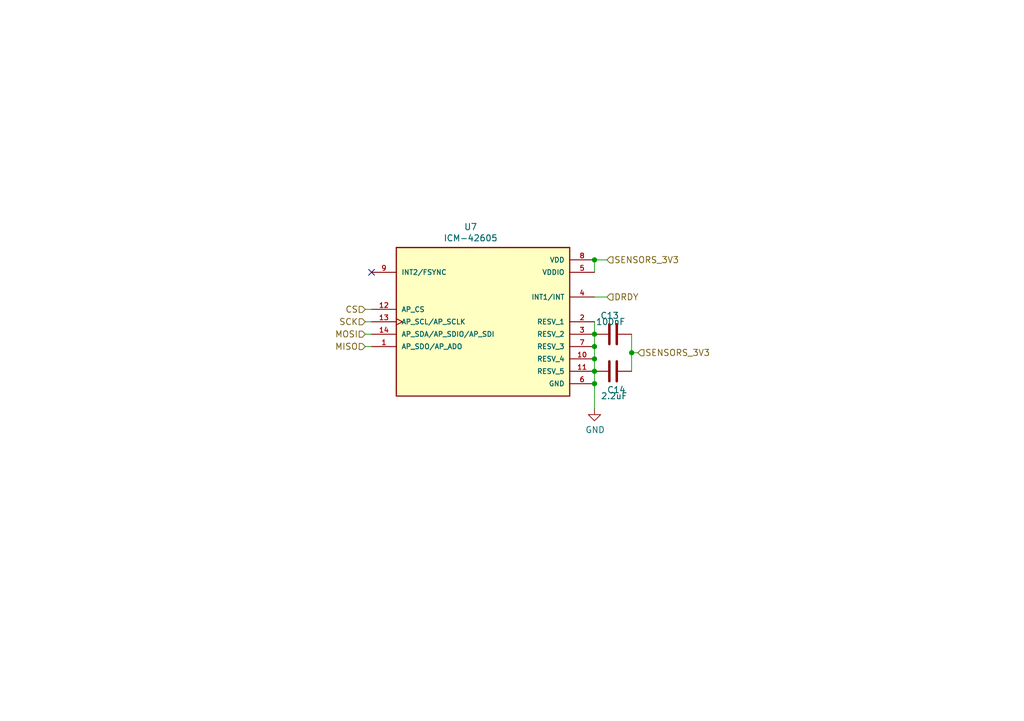
<source format=kicad_sch>
(kicad_sch (version 20211123) (generator eeschema)
  (paper "A5")
  (lib_symbols
    (symbol "Device:C" (pin_numbers hide) (pin_names (offset 0.254))
      (property "Reference" "C" (at 0.635 2.54 0))
      (property "Value" "C" (at 0.635 -2.54 0))
      (symbol "C_0_1"
        (polyline (pts (xy -2.032 -0.762) (xy 2.032 -0.762)) (stroke (width 0.508)))
        (polyline (pts (xy -2.032 0.762) (xy 2.032 0.762)) (stroke (width 0.508)))
      )
      (symbol "C_1_1"
        (pin passive line (at 0 3.81 270) (length 2.794) (name "~") (number "1"))
        (pin passive line (at 0 -3.81 90) (length 2.794) (name "~") (number "2"))
      )
    )
    (symbol "ICM-42605:ICM-42605" (pin_names (offset 1.016))
      (property "Reference" "U" (at -15.24 15.24 0))
      (property "Value" "ICM-42605" (at -15.24 -17.78 0))
      (symbol "ICM-42605_0_0"
        (rectangle (start -15.24 -15.24) (end 20.32 15.24) (stroke (width 0.254)) (fill (type background)))
        (pin output line (at -20.32 -5.08 0) (length 5.08) (name "AP_SDO/AP_ADO") (number "1"))
        (pin bidirectional line (at 25.4 -7.62 180) (length 5.08) (name "RESV_4") (number "10"))
        (pin bidirectional line (at 25.4 -10.16 180) (length 5.08) (name "RESV_5") (number "11"))
        (pin input line (at -20.32 2.54 0) (length 5.08) (name "AP_CS") (number "12"))
        (pin input clock (at -20.32 0 0) (length 5.08) (name "AP_SCL/AP_SCLK") (number "13"))
        (pin bidirectional line (at -20.32 -2.54 0) (length 5.08) (name "AP_SDA/AP_SDIO/AP_SDI") (number "14"))
        (pin bidirectional line (at 25.4 0 180) (length 5.08) (name "RESV_1") (number "2"))
        (pin bidirectional line (at 25.4 -2.54 180) (length 5.08) (name "RESV_2") (number "3"))
        (pin output line (at 25.4 5.08 180) (length 5.08) (name "INT1/INT") (number "4"))
        (pin power_in line (at 25.4 10.16 180) (length 5.08) (name "VDDIO") (number "5"))
        (pin power_in line (at 25.4 -12.7 180) (length 5.08) (name "GND") (number "6"))
        (pin bidirectional line (at 25.4 -5.08 180) (length 5.08) (name "RESV_3") (number "7"))
        (pin power_in line (at 25.4 12.7 180) (length 5.08) (name "VDD") (number "8"))
        (pin bidirectional line (at -20.32 10.16 0) (length 5.08) (name "INT2/FSYNC") (number "9"))
      )
    )
    (symbol "power:GND" (power) (pin_names (offset 0))
      (property "Value" "GND" (at 0 -3.81 0))
      (symbol "GND_0_1"
        (polyline (pts (xy 0 0) (xy 0 -1.27) (xy 1.27 -1.27) (xy 0 -2.54) (xy -1.27 -1.27) (xy 0 -1.27)))
      )
      (symbol "GND_1_1"
        (pin power_in line (at 0 0 270) (length 0) hide (name "GND") (number "1"))
      )
    )
  )
  (junction (at 121.92 78.74))
  (junction (at 121.92 76.2))
  (junction (at 129.54 72.39))
  (junction (at 121.92 73.66))
  (junction (at 121.92 68.58))
  (junction (at 121.92 53.34))
  (junction (at 121.92 71.12))
  (no_connect (at 76.2 55.88))
  (wire (pts (xy 74.93 68.58) (xy 76.2 68.58)))
  (wire (pts (xy 121.92 76.2) (xy 121.92 73.66)))
  (wire (pts (xy 74.93 71.12) (xy 76.2 71.12)))
  (wire (pts (xy 121.92 73.66) (xy 121.92 71.12)))
  (wire (pts (xy 129.54 68.58) (xy 129.54 72.39)))
  (wire (pts (xy 74.93 63.5) (xy 76.2 63.5)))
  (wire (pts (xy 129.54 72.39) (xy 130.81 72.39)))
  (wire (pts (xy 121.92 71.12) (xy 121.92 68.58)))
  (wire (pts (xy 121.92 60.96) (xy 124.46 60.96)))
  (wire (pts (xy 121.92 83.82) (xy 121.92 78.74)))
  (wire (pts (xy 121.92 53.34) (xy 124.46 53.34)))
  (wire (pts (xy 121.92 78.74) (xy 121.92 76.2)))
  (wire (pts (xy 76.2 66.04) (xy 74.93 66.04)))
  (wire (pts (xy 129.54 72.39) (xy 129.54 76.2)))
  (wire (pts (xy 121.92 68.58) (xy 121.92 66.04)))
  (wire (pts (xy 121.92 53.34) (xy 121.92 55.88)))
  (hierarchical_label "CS" (shape input) (at 74.93 63.5 180))
  (hierarchical_label "DRDY" (shape input) (at 124.46 60.96 0))
  (hierarchical_label "SENSORS_3V3" (shape input) (at 130.81 72.39 0))
  (hierarchical_label "MOSI" (shape input) (at 74.93 68.58 180))
  (hierarchical_label "SCK" (shape input) (at 74.93 66.04 180))
  (hierarchical_label "SENSORS_3V3" (shape input) (at 124.46 53.34 0))
  (hierarchical_label "MISO" (shape input) (at 74.93 71.12 180))
  (symbol (lib_id "ICM-42605:ICM-42605") (at 96.52 66.04 0) (unit 1)
    (property "Reference" "U7" (at 96.52 46.5582 0))
    (property "Value" "ICM-42605" (at 96.52 48.8696 0))
    (property "Footprint" "ICM-42605:PQFN50P300X250X97-14N" (effects hide))
    (property "MANUFACTURER" "TDK Corporation" (effects hide))
    (property "STANDARD" "IPC 7351B" (effects hide))
    (property "PARTREV" "0.4" (effects hide))
    (property "Manufacturer_Part_Number" "ICM-42605" (effects hide))
  )
  (symbol (lib_id "power:GND") (at 121.92 83.82 0) (unit 1)
    (property "Reference" "#PWR0118" (effects hide))
    (property "Value" "GND" (at 122.047 88.2142 0))
  )
  (symbol (lib_id "Device:C") (at 125.73 68.58 90) (unit 1)
    (property "Reference" "C13" (at 127 64.77 90) (effects (justify left)))
    (property "Value" "100nF" (at 128.27 66.04 90) (effects (justify left)))
    (property "Footprint" "Capacitor_SMD:C_0402_1005Metric" (effects hide))
    (property "Manufacturer_Part_Number" "CL05B104KB54PNC" (effects hide))
  )
  (symbol (lib_id "Device:C") (at 125.73 76.2 270) (unit 1)
    (property "Reference" "C14" (at 124.46 80.01 90) (effects (justify left)))
    (property "Value" "2.2uF" (at 123.19 81.28 90) (effects (justify left)))
    (property "Footprint" "Capacitor_SMD:C_0402_1005Metric" (effects hide))
    (property "Manufacturer_Part_Number" "CL05A225MQ5NSNC" (effects hide))
  )
)
</source>
